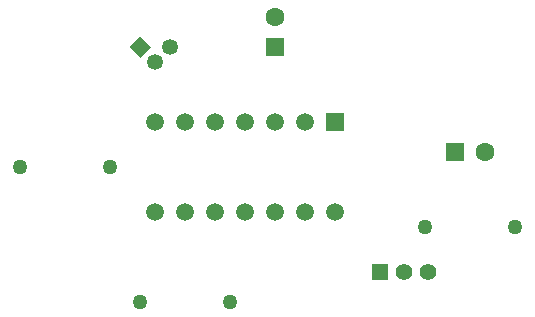
<source format=gbl>
G04 DipTrace 2.4.0.2*
%INBottom.gbl*%
%MOIN*%
%ADD15R,0.0591X0.0591*%
%ADD16C,0.0591*%
%ADD17C,0.05*%
%ADD18C,0.05*%
%ADD19C,0.063*%
%ADD20R,0.063X0.063*%
%ADD21R,0.0551X0.0551*%
%ADD22C,0.0551*%
%ADD23C,0.0531*%
%FSLAX44Y44*%
G04*
G70*
G90*
G75*
G01*
%LNBottom*%
%LPD*%
D15*
X15440Y11440D3*
D16*
X14440D3*
X13440D3*
X12440D3*
X11440D3*
X10440D3*
X9440D3*
Y8440D3*
X10440D3*
X11440D3*
X12440D3*
X13440D3*
X14440D3*
X15440D3*
D17*
X11940Y5440D3*
D18*
X8940D3*
D19*
X13440Y14940D3*
D20*
Y13940D3*
D17*
X21440Y7940D3*
D18*
X18440D3*
D17*
X4940Y9940D3*
D18*
X7940D3*
D19*
X20440Y10440D3*
D20*
X19440D3*
D21*
X16940Y6440D3*
D22*
X17727D3*
X18515D3*
D23*
X9940Y13940D3*
X9440Y13440D3*
G36*
X8940Y14294D2*
X9294Y13940D1*
X8940Y13586D1*
X8586Y13940D1*
X8940Y14294D1*
G37*
M02*

</source>
